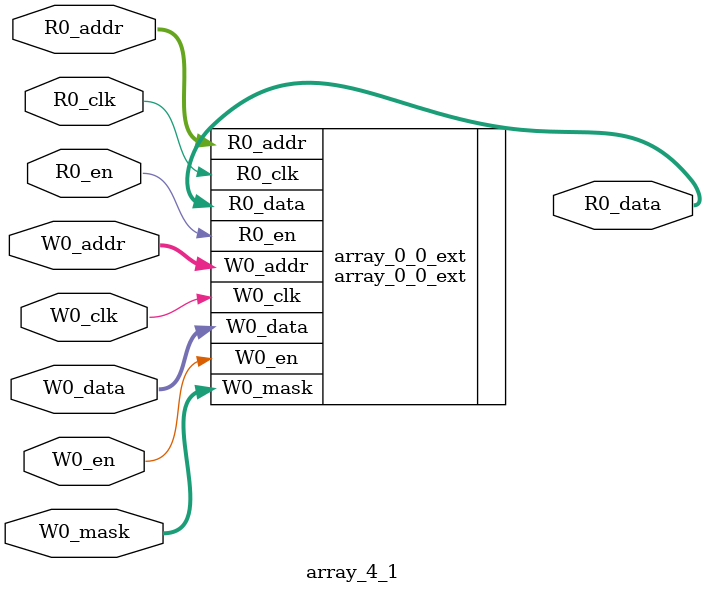
<source format=sv>
module array_4_1(	// @[generators/rocket-chip/src/main/scala/util/DescribedSRAM.scala:17:26]
  input  [7:0]   R0_addr,
  input          R0_en,
  input          R0_clk,
  output [127:0] R0_data,
  input  [7:0]   W0_addr,
  input          W0_en,
  input          W0_clk,
  input  [127:0] W0_data,
  input  [1:0]   W0_mask
);

  array_0_0_ext array_0_0_ext (	// @[generators/rocket-chip/src/main/scala/util/DescribedSRAM.scala:17:26]
    .R0_addr (R0_addr),
    .R0_en   (R0_en),
    .R0_clk  (R0_clk),
    .R0_data (R0_data),
    .W0_addr (W0_addr),
    .W0_en   (W0_en),
    .W0_clk  (W0_clk),
    .W0_data (W0_data),
    .W0_mask (W0_mask)
  );	// @[generators/rocket-chip/src/main/scala/util/DescribedSRAM.scala:17:26]
endmodule


</source>
